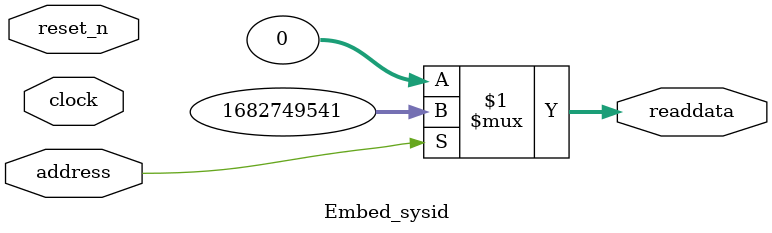
<source format=v>



// synthesis translate_off
`timescale 1ns / 1ps
// synthesis translate_on

// turn off superfluous verilog processor warnings 
// altera message_level Level1 
// altera message_off 10034 10035 10036 10037 10230 10240 10030 

module Embed_sysid (
               // inputs:
                address,
                clock,
                reset_n,

               // outputs:
                readdata
             )
;

  output  [ 31: 0] readdata;
  input            address;
  input            clock;
  input            reset_n;

  wire    [ 31: 0] readdata;
  //control_slave, which is an e_avalon_slave
  assign readdata = address ? 1682749541 : 0;

endmodule



</source>
